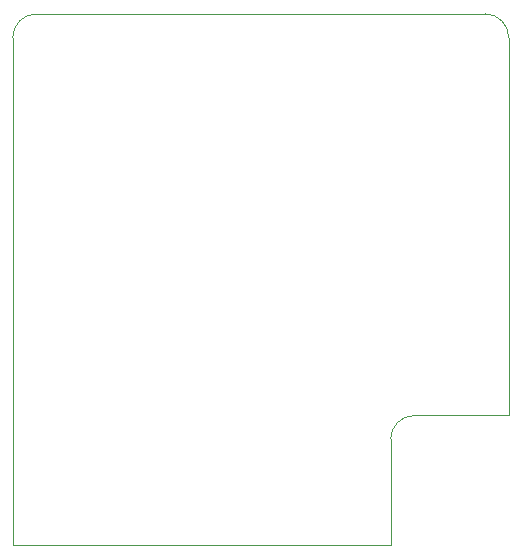
<source format=gbr>
%TF.GenerationSoftware,KiCad,Pcbnew,7.0.7-7.0.7~ubuntu22.04.1*%
%TF.CreationDate,2023-09-11T18:28:42+01:00*%
%TF.ProjectId,Blinder,426c696e-6465-4722-9e6b-696361645f70,rev?*%
%TF.SameCoordinates,Original*%
%TF.FileFunction,Profile,NP*%
%FSLAX46Y46*%
G04 Gerber Fmt 4.6, Leading zero omitted, Abs format (unit mm)*
G04 Created by KiCad (PCBNEW 7.0.7-7.0.7~ubuntu22.04.1) date 2023-09-11 18:28:42*
%MOMM*%
%LPD*%
G01*
G04 APERTURE LIST*
%TA.AperFunction,Profile*%
%ADD10C,0.050000*%
%TD*%
G04 APERTURE END LIST*
D10*
X66000000Y-55000000D02*
X66000000Y-63000000D01*
X68000000Y-53000000D02*
G75*
G03*
X66000000Y-55000000I0J-2000000D01*
G01*
X76000000Y-21000000D02*
G75*
G03*
X74000000Y-19000000I-2000000J0D01*
G01*
X76000000Y-21000000D02*
X76000000Y-53000000D01*
X66000000Y-64000000D02*
X66000000Y-63000000D01*
X34000000Y-64000000D02*
X66000000Y-64000000D01*
X34000000Y-63000000D02*
X34000000Y-64000000D01*
X34000000Y-61000000D02*
X34000000Y-63000000D01*
X34000000Y-21000000D02*
X34000000Y-61000000D01*
X36000000Y-19000000D02*
G75*
G03*
X34000000Y-21000000I0J-2000000D01*
G01*
X76000000Y-53000000D02*
X68000000Y-53000000D01*
X36000000Y-19000000D02*
X74000000Y-19000000D01*
M02*

</source>
